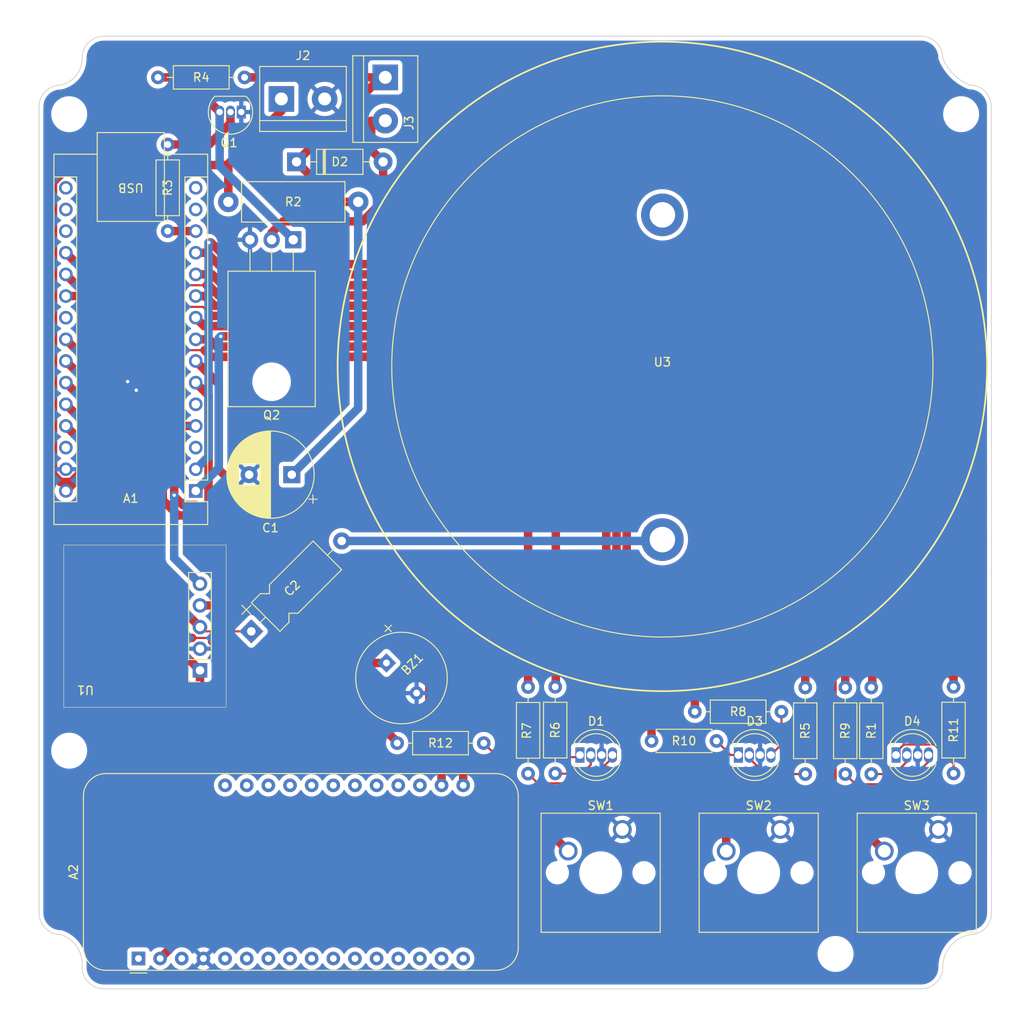
<source format=kicad_pcb>
(kicad_pcb (version 20211014) (generator pcbnew)
  (layers (0 "F.Cu" signal) (31 "B.Cu" signal) (34 "B.Paste" user) (35 "F.Paste" user) (36 "B.SilkS" user "B.Silkscreen") (37 "F.SilkS" user "F.Silkscreen") (38 "B.Mask" user) (39 "F.Mask" user) (44 "Edge.Cuts" user))
  (net 0 "")
  (net 4 "Net-(A1-Pad10)")
  (net 6 "Net-(A1-Pad11)")
  (net 18 "GND")
  (net 19 "VCC")
  (net 20 "+5V")
  (net 21 "/SCL")
  (net 22 "/SDA")
  (net 23 "/CS")
  (net 25 "/MOSI")
  (net 26 "/MISO")
  (net 27 "/PB2")
  (net 28 "/PB1")
  (net 29 "/CTL")
  (net 30 "/SQW")
  (net 31 "/PB3")
  (net 32 "/BUZZ")
  (net 34 "Net-(A1-Pad8)")
  (net 35 "/V_bell")
  (net 36 "Net-(Q1-Pad2)")
  (net 37 "Net-(Q1-Pad3)")
  (net 38 "Net-(D2-Pad2)")
  (net 39 "/LED_R1")
  (net 40 "/LED_G1")
  (net 41 "/SCK")
  (net 42 "/LED_R2")
  (net 43 "/LED_G2")
  (net 44 "/LED_R3")
  (net 45 "/LED_G3")
  (net 58 "Net-(A1-Pad12)")
  (net 60 "Net-(A1-Pad20)")
  (net 61 "Net-(A1-Pad21)")
  (net 62 "Net-(C2-Pad2)")
  (net 63 "Net-(A1-Pad1)")
  (net 64 "Net-(A1-Pad2)")
  (net 65 "Net-(A1-Pad26)")
  (net 66 "/LED_B2")
  (net 67 "/LED_B3")
  (net 68 "/LED_B1")
  (footprint "Resistor_THT:R_Axial_DIN0207_L6.3mm_D2.5mm_P10.16mm_Horizontal" (layer "F.Cu") (at 148.463 111.9632 90)
    (fp_text reference "R1" (at 5.08 0 90) (layer "F.SilkS"))
    (fp_text value "4.7k")
    (pad "1" thru_hole circle (at 0 0 90) (size 1.6 1.6) (drill 0.8) (layers *.Cu *.Mask) (net 44 "/LED_R3"))
    (pad "2" thru_hole oval (at 10.16 0 90) (size 1.6 1.6) (drill 0.8) (layers *.Cu *.Mask) (net 58 "Net-(A1-Pad12)"))
  )
  (footprint "Button_Switch_Keyboard:SW_Cherry_MX_1.00u_PCB" (layer "F.Cu") (at 119.253 118.4603)
    (fp_text reference "SW1" (at -2.54 -2.794) (layer "F.SilkS"))
    (fp_text value "Cherry MX1A-E1NW")
    (pad "" np_thru_hole circle (at -7.62 5.08) (size 1.7 1.7) (drill 1.7) (layers *.Cu *.Mask))
    (pad "" np_thru_hole circle (at 2.54 5.08) (size 1.7 1.7) (drill 1.7) (layers *.Cu *.Mask))
    (pad "" np_thru_hole circle (at -2.54 5.08) (size 4 4) (drill 4) (layers *.Cu *.Mask))
    (pad "1" thru_hole circle (at 0 0) (size 2.2 2.2) (drill 1.5) (layers *.Cu *.Mask) (net 18 "GND"))
    (pad "2" thru_hole circle (at -6.35 2.54) (size 2.2 2.2) (drill 1.5) (layers *.Cu *.Mask) (net 28 "/PB1"))
  )
  (footprint "MountingHole:MountingHole_3.2mm_M3" (layer "F.Cu") (at 54.356 109.22)
    (fp_text reference "H2" hide)
    (fp_text value "MountingHole")
    (pad "" np_thru_hole circle (at 0 0) (size 3.2 3.2) (drill 3.2) (layers *.Cu *.Mask))
  )
  (footprint "Misc:Bell-2.5in" (layer "F.Cu") (at 123.952 64.135)
    (fp_text reference "U3" (at 0 -0.5 unlocked) (layer "F.SilkS"))
    (fp_text value "Bell-2.5in")
    (pad "1" thru_hole circle (at 0 -17.78) (size 5 5) (drill 3) (layers *.Cu *.Mask))
    (pad "2" thru_hole circle (at 0 20.32) (size 5 5) (drill 3) (layers *.Cu *.Mask) (net 62 "Net-(C2-Pad2)"))
  )
  (footprint "Resistor_THT:R_Axial_DIN0207_L6.3mm_D2.5mm_P10.16mm_Horizontal" (layer "F.Cu") (at 145.4075 111.9632 90)
    (fp_text reference "R9" (at 5.08 0 90) (layer "F.SilkS"))
    (fp_text value "4.7k")
    (pad "1" thru_hole circle (at 0 0 90) (size 1.6 1.6) (drill 0.8) (layers *.Cu *.Mask) (net 67 "/LED_B3"))
    (pad "2" thru_hole oval (at 10.16 0 90) (size 1.6 1.6) (drill 0.8) (layers *.Cu *.Mask) (net 6 "Net-(A1-Pad11)"))
  )
  (footprint "Resistor_THT:R_Axial_DIN0207_L6.3mm_D2.5mm_P10.16mm_Horizontal" (layer "F.Cu") (at 111.379 111.887 90)
    (fp_text reference "R6" (at 5.08 0 90) (layer "F.SilkS"))
    (fp_text value "4.7k")
    (pad "1" thru_hole circle (at 0 0 90) (size 1.6 1.6) (drill 0.8) (layers *.Cu *.Mask) (net 39 "/LED_R1"))
    (pad "2" thru_hole oval (at 10.16 0 90) (size 1.6 1.6) (drill 0.8) (layers *.Cu *.Mask) (net 34 "Net-(A1-Pad8)"))
  )
  (footprint "SparkFun:BOB-12708" (layer "F.Cu") (at 71.501 101.6 180)
    (fp_text reference "U1" (at 15.24 -0.5 180 unlocked) (layer "F.SilkS"))
    (fp_text value "BOB-12708")
    (pad "1" thru_hole rect (at 1.8 1.8 180) (size 1.7 1.7) (drill 1) (layers *.Cu *.Mask) (net 20 "+5V"))
    (pad "2" thru_hole oval (at 1.8 4.34 180) (size 1.7 1.7) (drill 1) (layers *.Cu *.Mask) (net 18 "GND"))
    (pad "3" thru_hole oval (at 1.8 6.88 180) (size 1.7 1.7) (drill 1) (layers *.Cu *.Mask) (net 30 "/SQW"))
    (pad "4" thru_hole oval (at 1.8 9.42 180) (size 1.7 1.7) (drill 1) (layers *.Cu *.Mask) (net 21 "/SCL"))
    (pad "5" thru_hole oval (at 1.8 11.96 180) (size 1.7 1.7) (drill 1) (layers *.Cu *.Mask) (net 22 "/SDA"))
  )
  (footprint "Resistor_THT:R_Axial_DIN0207_L6.3mm_D2.5mm_P10.16mm_Horizontal" (layer "F.Cu") (at 65.913 48.26 90)
    (fp_text reference "R3" (at 5.08 0 90) (layer "F.SilkS"))
    (fp_text value "4.7k")
    (pad "1" thru_hole circle (at 0 0 90) (size 1.6 1.6) (drill 0.8) (layers *.Cu *.Mask) (net 29 "/CTL"))
    (pad "2" thru_hole oval (at 10.16 0 90) (size 1.6 1.6) (drill 0.8) (layers *.Cu *.Mask) (net 36 "Net-(Q1-Pad2)"))
  )
  (footprint "Resistor_THT:R_Axial_DIN0207_L6.3mm_D2.5mm_P10.16mm_Horizontal" (layer "F.Cu") (at 158.115 111.887 90)
    (fp_text reference "R11" (at 5.08 0 90) (layer "F.SilkS"))
    (fp_text value "4.7k")
    (pad "1" thru_hole circle (at 0 0 90) (size 1.6 1.6) (drill 0.8) (layers *.Cu *.Mask) (net 45 "/LED_G3"))
    (pad "2" thru_hole oval (at 10.16 0 90) (size 1.6 1.6) (drill 0.8) (layers *.Cu *.Mask) (net 64 "Net-(A1-Pad2)"))
  )
  (footprint "Capacitor_THT:CP_Radial_Tantal_D10.5mm_P5.00mm" (layer "F.Cu") (at 91.577233 98.927615 -45)
    (fp_text reference "BZ1" (at 2.241636 -2.054415 45) (layer "F.SilkS"))
    (fp_text value "Buzzer")
    (pad "1" thru_hole rect (at 0 0 315) (size 1.6 1.6) (drill 0.8) (layers *.Cu *.Mask) (net 32 "/BUZZ"))
    (pad "2" thru_hole circle (at 5 0 315) (size 1.6 1.6) (drill 0.8) (layers *.Cu *.Mask) (net 18 "GND"))
  )
  (footprint "TerminalBlock:TerminalBlock_bornier-2_P5.08mm" (layer "F.Cu") (at 91.44 30.226 -90)
    (fp_text reference "J3" (at 5.334 -2.794 90) (layer "F.SilkS"))
    (fp_text value "Screw_Terminal_01x02")
    (pad "1" thru_hole rect (at 0 0 270) (size 3 3) (drill 1.52) (layers *.Cu *.Mask) (net 35 "/V_bell"))
    (pad "2" thru_hole circle (at 5.08 0 270) (size 3 3) (drill 1.52) (layers *.Cu *.Mask) (net 38 "Net-(D2-Pad2)"))
  )
  (footprint "Diode_THT:D_DO-41_SOD81_P10.16mm_Horizontal" (layer "F.Cu") (at 81.026 40.132)
    (fp_text reference "D2" (at 5.08 0) (layer "F.SilkS"))
    (fp_text value "1N4007")
    (pad "1" thru_hole rect (at 0 0) (size 2.2 2.2) (drill 1.1) (layers *.Cu *.Mask) (net 35 "/V_bell"))
    (pad "2" thru_hole oval (at 10.16 0) (size 2.2 2.2) (drill 1.1) (layers *.Cu *.Mask) (net 38 "Net-(D2-Pad2)"))
  )
  (footprint "Module:Arduino_Nano" (layer "F.Cu") (at 69.205 78.74 180)
    (fp_text reference "A1" (at 7.62 -0.889) (layer "F.SilkS"))
    (fp_text value "Arduino_Nano_Every")
    (fp_text user "USB" (at 7.62 35.56 180 unlocked) (layer "F.SilkS"))
    (pad "1" thru_hole rect (at 0 0 180) (size 1.6 1.6) (drill 1) (layers *.Cu *.Mask) (net 63 "Net-(A1-Pad1)"))
    (pad "2" thru_hole oval (at 0 2.54 180) (size 1.6 1.6) (drill 1) (layers *.Cu *.Mask) (net 64 "Net-(A1-Pad2)"))
    (pad "3" thru_hole oval (at 0 5.08 180) (size 1.6 1.6) (drill 1) (layers *.Cu *.Mask))
    (pad "4" thru_hole oval (at 0 7.62 180) (size 1.6 1.6) (drill 1) (layers *.Cu *.Mask) (net 18 "GND"))
    (pad "5" thru_hole oval (at 0 10.16 180) (size 1.6 1.6) (drill 1) (layers *.Cu *.Mask) (net 23 "/CS"))
    (pad "6" thru_hole oval (at 0 12.7 180) (size 1.6 1.6) (drill 1) (layers *.Cu *.Mask) (net 32 "/BUZZ"))
    (pad "7" thru_hole oval (at 0 15.24 180) (size 1.6 1.6) (drill 1) (layers *.Cu *.Mask) (net 28 "/PB1"))
    (pad "8" thru_hole oval (at 0 17.78 180) (size 1.6 1.6) (drill 1) (layers *.Cu *.Mask) (net 34 "Net-(A1-Pad8)"))
    (pad "9" thru_hole oval (at 0 20.32 180) (size 1.6 1.6) (drill 1) (layers *.Cu *.Mask) (net 27 "/PB2"))
    (pad "10" thru_hole oval (at 0 22.86 180) (size 1.6 1.6) (drill 1) (layers *.Cu *.Mask) (net 4 "Net-(A1-Pad10)"))
    (pad "11" thru_hole oval (at 0 25.4 180) (size 1.6 1.6) (drill 1) (layers *.Cu *.Mask) (net 6 "Net-(A1-Pad11)"))
    (pad "12" thru_hole oval (at 0 27.94 180) (size 1.6 1.6) (drill 1) (layers *.Cu *.Mask) (net 58 "Net-(A1-Pad12)"))
    (pad "13" thru_hole oval (at 0 30.48 180) (size 1.6 1.6) (drill 1) (layers *.Cu *.Mask) (net 29 "/CTL"))
    (pad "14" thru_hole oval (at 0 33.02 180) (size 1.6 1.6) (drill 1) (layers *.Cu *.Mask) (net 25 "/MOSI"))
    (pad "15" thru_hole oval (at 0 35.56 180) (size 1.6 1.6) (drill 1) (layers *.Cu *.Mask) (net 26 "/MISO"))
    (pad "16" thru_hole oval (at 15.24 35.56 180) (size 1.6 1.6) (drill 1) (layers *.Cu *.Mask) (net 41 "/SCK"))
    (pad "17" thru_hole oval (at 15.24 33.02 180) (size 1.6 1.6) (drill 1) (layers *.Cu *.Mask))
    (pad "18" thru_hole oval (at 15.24 30.48 180) (size 1.6 1.6) (drill 1) (layers *.Cu *.Mask))
    (pad "19" thru_hole oval (at 15.24 27.94 180) (size 1.6 1.6) (drill 1) (layers *.Cu *.Mask) (net 31 "/PB3"))
    (pad "20" thru_hole oval (at 15.24 25.4 180) (size 1.6 1.6) (drill 1) (layers *.Cu *.Mask) (net 60 "Net-(A1-Pad20)"))
    (pad "21" thru_hole oval (at 15.24 22.86 180) (size 1.6 1.6) (drill 1) (layers *.Cu *.Mask) (net 61 "Net-(A1-Pad21)"))
    (pad "22" thru_hole oval (at 15.24 20.32 180) (size 1.6 1.6) (drill 1) (layers *.Cu *.Mask))
    (pad "23" thru_hole oval (at 15.24 17.78 180) (size 1.6 1.6) (drill 1) (layers *.Cu *.Mask) (net 22 "/SDA"))
    (pad "24" thru_hole oval (at 15.24 15.24 180) (size 1.6 1.6) (drill 1) (layers *.Cu *.Mask) (net 21 "/SCL"))
    (pad "25" thru_hole oval (at 15.24 12.7 180) (size 1.6 1.6) (drill 1) (layers *.Cu *.Mask) (net 30 "/SQW"))
    (pad "26" thru_hole oval (at 15.24 10.16 180) (size 1.6 1.6) (drill 1) (layers *.Cu *.Mask) (net 65 "Net-(A1-Pad26)"))
    (pad "27" thru_hole oval (at 15.24 7.62 180) (size 1.6 1.6) (drill 1) (layers *.Cu *.Mask) (net 20 "+5V"))
    (pad "28" thru_hole oval (at 15.24 5.08 180) (size 1.6 1.6) (drill 1) (layers *.Cu *.Mask))
    (pad "29" thru_hole oval (at 15.24 2.54 180) (size 1.6 1.6) (drill 1) (layers *.Cu *.Mask) (net 18 "GND"))
    (pad "30" thru_hole oval (at 15.24 0 180) (size 1.6 1.6) (drill 1) (layers *.Cu *.Mask) (net 19 "VCC"))
  )
  (footprint "Resistor_THT:R_Axial_DIN0207_L6.3mm_D2.5mm_P10.16mm_Horizontal" (layer "F.Cu") (at 64.77 30.226)
    (fp_text reference "R4" (at 5.08 0) (layer "F.SilkS"))
    (fp_text value "4.7k")
    (pad "1" thru_hole circle (at 0 0) (size 1.6 1.6) (drill 0.8) (layers *.Cu *.Mask) (net 37 "Net-(Q1-Pad3)"))
    (pad "2" thru_hole oval (at 10.16 0) (size 1.6 1.6) (drill 0.8) (layers *.Cu *.Mask) (net 35 "/V_bell"))
  )
  (footprint "Resistor_THT:R_Axial_DIN0414_L11.9mm_D4.5mm_P15.24mm_Horizontal" (layer "F.Cu") (at 73.025 44.831)
    (fp_text reference "R2" (at 7.62 0) (layer "F.SilkS"))
    (fp_text value "100R 2W")
    (pad "1" thru_hole circle (at 0 0) (size 2.4 2.4) (drill 1.2) (layers *.Cu *.Mask) (net 19 "VCC"))
    (pad "2" thru_hole oval (at 15.24 0) (size 2.4 2.4) (drill 1.2) (layers *.Cu *.Mask) (net 35 "/V_bell"))
  )
  (footprint "LED_THT:LED_D5.0mm-4_RGB" (layer "F.Cu") (at 114.2825 109.728)
    (fp_text reference "D1" (at 1.905 -3.96) (layer "F.SilkS"))
    (fp_text value "LED_BRKG")
    (pad "1" thru_hole rect (at 0 0) (size 1.07 1.8) (drill 0.9) (layers *.Cu *.Mask) (net 40 "/LED_G1"))
    (pad "2" thru_hole oval (at 1.27 0) (size 1.07 1.8) (drill 0.9) (layers *.Cu *.Mask) (net 39 "/LED_R1"))
    (pad "3" thru_hole oval (at 2.54 0) (size 1.07 1.8) (drill 0.9) (layers *.Cu *.Mask) (net 18 "GND"))
    (pad "4" thru_hole oval (at 3.81 0) (size 1.07 1.8) (drill 0.9) (layers *.Cu *.Mask) (net 68 "/LED_B1"))
  )
  (footprint "MountingHole:MountingHole_3.2mm_M3" (layer "F.Cu") (at 54.356 34.544)
    (fp_text reference "H1" hide)
    (fp_text value "MountingHole")
    (pad "" np_thru_hole circle locked (at 0 0) (size 3.2 3.2) (drill 3.2) (layers *.Cu *.Mask))
  )
  (footprint "Button_Switch_Keyboard:SW_Cherry_MX_1.00u_PCB" (layer "F.Cu") (at 137.795 118.4603)
    (fp_text reference "SW2" (at -2.54 -2.794) (layer "F.SilkS"))
    (fp_text value "Cherry MX1A-E1NW")
    (pad "" np_thru_hole circle (at 2.54 5.08) (size 1.7 1.7) (drill 1.7) (layers *.Cu *.Mask))
    (pad "" np_thru_hole circle (at -2.54 5.08) (size 4 4) (drill 4) (layers *.Cu *.Mask))
    (pad "" np_thru_hole circle (at -7.62 5.08) (size 1.7 1.7) (drill 1.7) (layers *.Cu *.Mask))
    (pad "1" thru_hole circle (at 0 0) (size 2.2 2.2) (drill 1.5) (layers *.Cu *.Mask) (net 18 "GND"))
    (pad "2" thru_hole circle (at -6.35 2.54) (size 2.2 2.2) (drill 1.5) (layers *.Cu *.Mask) (net 27 "/PB2"))
  )
  (footprint "Package_TO_SOT_THT:TO-220-3_Horizontal_TabDown" (layer "F.Cu") (at 80.645 49.276 180)
    (fp_text reference "Q2" (at 2.54 -20.58) (layer "F.SilkS"))
    (fp_text value "IRF740")
    (pad "" np_thru_hole oval (at 2.54 -16.66 180) (size 3.5 3.5) (drill 3.5) (layers *.Cu *.Mask))
    (pad "1" thru_hole rect (at 0 0 180) (size 1.905 2) (drill 1.1) (layers *.Cu *.Mask) (net 37 "Net-(Q1-Pad3)"))
    (pad "2" thru_hole oval (at 2.54 0 180) (size 1.905 2) (drill 1.1) (layers *.Cu *.Mask) (net 38 "Net-(D2-Pad2)"))
    (pad "3" thru_hole oval (at 5.08 0 180) (size 1.905 2) (drill 1.1) (layers *.Cu *.Mask) (net 18 "GND"))
  )
  (footprint "Package_TO_SOT_THT:TO-92_Inline" (layer "F.Cu") (at 74.549 34.29 180)
    (fp_text reference "Q1" (at 1.433145 -3.613719) (layer "F.SilkS"))
    (fp_text value "2N3904")
    (pad "1" thru_hole rect (at 0 0 180) (size 1.05 1.5) (drill 0.75) (layers *.Cu *.Mask) (net 18 "GND"))
    (pad "2" thru_hole oval (at 1.27 0 180) (size 1.05 1.5) (drill 0.75) (layers *.Cu *.Mask) (net 36 "Net-(Q1-Pad2)"))
    (pad "3" thru_hole oval (at 2.54 0 180) (size 1.05 1.5) (drill 0.75) (layers *.Cu *.Mask) (net 37 "Net-(Q1-Pad3)"))
  )
  (footprint "LED_THT:LED_D5.0mm-4_RGB" (layer "F.Cu") (at 132.8753 109.728)
    (fp_text reference "D3" (at 1.905 -3.96) (layer "F.SilkS"))
    (fp_text value "LED_BRKG")
    (pad "1" thru_hole rect (at 0 0) (size 1.07 1.8) (drill 0.9) (layers *.Cu *.Mask) (net 43 "/LED_G2"))
    (pad "2" thru_hole oval (at 1.27 0) (size 1.07 1.8) (drill 0.9) (layers *.Cu *.Mask) (net 42 "/LED_R2"))
    (pad "3" thru_hole oval (at 2.54 0) (size 1.07 1.8) (drill 0.9) (layers *.Cu *.Mask) (net 18 "GND"))
    (pad "4" thru_hole oval (at 3.81 0) (size 1.07 1.8) (drill 0.9) (layers *.Cu *.Mask) (net 66 "/LED_B2"))
  )
  (footprint "MountingHole:MountingHole_3.2mm_M3" (layer "F.Cu") (at 144.272 133.0653)
    (fp_text reference "H4" hide)
    (fp_text value "MountingHole")
    (pad "" np_thru_hole circle (at 0 0) (size 3.2 3.2) (drill 3.2) (layers *.Cu *.Mask))
  )
  (footprint "Module:Adafruit_Feather" (layer "F.Cu") (at 62.484 133.604 90)
    (fp_text reference "A2" (at 10.16 -7.62 90) (layer "F.SilkS"))
    (fp_text value "Adafruit 3108")
    (pad "1" thru_hole rect (at 0 0 270) (size 1.6 1.6) (drill 0.8) (layers *.Cu *.Mask))
    (pad "2" thru_hole circle (at 0 2.54 270) (size 1.6 1.6) (drill 0.8) (layers *.Cu *.Mask) (net 20 "+5V"))
    (pad "3" thru_hole circle (at 0 5.08 270) (size 1.6 1.6) (drill 0.8) (layers *.Cu *.Mask))
    (pad "4" thru_hole circle (at 0 7.62 270) (size 1.6 1.6) (drill 0.8) (layers *.Cu *.Mask) (net 18 "GND"))
    (pad "5" thru_hole circle (at 0 10.16 270) (size 1.6 1.6) (drill 0.8) (layers *.Cu *.Mask))
    (pad "6" thru_hole circle (at 0 12.7 270) (size 1.6 1.6) (drill 0.8) (layers *.Cu *.Mask))
    (pad "7" thru_hole circle (at 0 15.24 270) (size 1.6 1.6) (drill 0.8) (layers *.Cu *.Mask))
    (pad "8" thru_hole circle (at 0 17.78 270) (size 1.6 1.6) (drill 0.8) (layers *.Cu *.Mask))
    (pad "9" thru_hole circle (at 0 20.32 270) (size 1.6 1.6) (drill 0.8) (layers *.Cu *.Mask))
    (pad "10" thru_hole circle (at 0 22.86 270) (size 1.6 1.6) (drill 0.8) (layers *.Cu *.Mask))
    (pad "11" thru_hole circle (at 0 25.4 270) (size 1.6 1.6) (drill 0.8) (layers *.Cu *.Mask))
    (pad "12" thru_hole circle (at 0 27.94 270) (size 1.6 1.6) (drill 0.8) (layers *.Cu *.Mask))
    (pad "13" thru_hole circle (at 0 30.48 270) (size 1.6 1.6) (drill 0.8) (layers *.Cu *.Mask))
    (pad "14" thru_hole circle (at 0 33.02 270) (size 1.6 1.6) (drill 0.8) (layers *.Cu *.Mask))
    (pad "15" thru_hole circle (at 0 35.56 270) (size 1.6 1.6) (drill 0.8) (layers *.Cu *.Mask))
    (pad "16" thru_hole circle (at 0 38.1 270) (size 1.6 1.6) (drill 0.8) (layers *.Cu *.Mask))
    (pad "17" thru_hole circle (at 20.32 38.1 270) (size 1.6 1.6) (drill 0.8) (layers *.Cu *.Mask) (net 22 "/SDA"))
    (pad "18" thru_hole circle (at 20.32 35.56 270) (size 1.6 1.6) (drill 0.8) (layers *.Cu *.Mask) (net 21 "/SCL"))
    (pad "19" thru_hole circle (at 20.32 33.02 270) (size 1.6 1.6) (drill 0.8) (layers *.Cu *.Mask))
    (pad "20" thru_hole circle (at 20.32 30.48 270) (size 1.6 1.6) (drill 0.8) (layers *.Cu *.Mask))
    (pad "21" thru_hole circle (at 20.32 27.94 270) (size 1.6 1.6) (drill 0.8) (layers *.Cu *.Mask))
    (pad "22" thru_hole circle (at 20.32 25.4 270) (size 1.6 1.6) (drill 0.8) (layers *.Cu *.Mask))
    (pad "23" thru_hole circle (at 20.32 22.86 270) (size 1.6 1.6) (drill 0.8) (layers *.Cu *.Mask))
    (pad "24" thru_hole circle (at 20.32 20.32 270) (size 1.6 1.6) (drill 0.8) (layers *.Cu *.Mask))
    (pad "25" thru_hole circle (at 20.32 17.78 270) (size 1.6 1.6) (drill 0.8) (layers *.Cu *.Mask))
    (pad "26" thru_hole circle (at 20.32 15.24 270) (size 1.6 1.6) (drill 0.8) (layers *.Cu *.Mask))
    (pad "27" thru_hole circle (at 20.32 12.7 270) (size 1.6 1.6) (drill 0.8) (layers *.Cu *.Mask))
    (pad "28" thru_hole circle (at 20.32 10.16 270) (size 1.6 1.6) (drill 0.8) (layers *.Cu *.Mask))
  )
  (footprint "Capacitor_THT:CP_Axial_L10.0mm_D4.5mm_P15.00mm_Horizontal" (layer "F.Cu") (at 75.722699 95.219301 45)
    (fp_text reference "C2" (at 6.961185 -0.179605 45) (layer "F.SilkS"))
    (fp_text value "10n")
    (pad "1" thru_hole rect (at 0 0 45) (size 2 2) (drill 1) (layers *.Cu *.Mask) (net 30 "/SQW"))
    (pad "2" thru_hole oval (at 15 0 45) (size 2 2) (drill 1) (layers *.Cu *.Mask) (net 62 "Net-(C2-Pad2)"))
  )
  (footprint "TerminalBlock:TerminalBlock_bornier-2_P5.08mm" (layer "F.Cu") (at 79.248 32.7532)
    (fp_text reference "J2" (at 2.54 -5.08) (layer "F.SilkS"))
    (fp_text value "Screw_Terminal_01x02")
    (pad "1" thru_hole rect (at 0 0) (size 3 3) (drill 1.52) (layers *.Cu *.Mask) (net 19 "VCC"))
    (pad "2" thru_hole circle (at 5.08 0) (size 3 3) (drill 1.52) (layers *.Cu *.Mask) (net 18 "GND"))
  )
  (footprint "LED_THT:LED_D5.0mm-4_RGB" (layer "F.Cu") (at 151.3665 109.728)
    (fp_text reference "D4" (at 1.905 -3.96) (layer "F.SilkS"))
    (fp_text value "LED_BRKG")
    (pad "1" thru_hole rect (at 0 0) (size 1.07 1.8) (drill 0.9) (layers *.Cu *.Mask) (net 45 "/LED_G3"))
    (pad "2" thru_hole oval (at 1.27 0) (size 1.07 1.8) (drill 0.9) (layers *.Cu *.Mask) (net 44 "/LED_R3"))
    (pad "3" thru_hole oval (at 2.54 0) (size 1.07 1.8) (drill 0.9) (layers *.Cu *.Mask) (net 18 "GND"))
    (pad "4" thru_hole oval (at 3.81 0) (size 1.07 1.8) (drill 0.9) (layers *.Cu *.Mask) (net 67 "/LED_B3"))
  )
  (footprint "Resistor_THT:R_Axial_DIN0207_L6.3mm_D2.5mm_P10.16mm_Horizontal" (layer "F.Cu") (at 140.716 111.9632 90)
    (fp_text reference "R5" (at 5.08 0 90) (layer "F.SilkS"))
    (fp_text value "4.7k")
    (pad "1" thru_hole circle (at 0 0 90) (size 1.6 1.6) (drill 0.8) (layers *.Cu *.Mask) (net 42 "/LED_R2"))
    (pad "2" thru_hole oval (at 10.16 0 90) (size 1.6 1.6) (drill 0.8) (layers *.Cu *.Mask) (net 4 "Net-(A1-Pad10)"))
  )
  (footprint "Capacitor_THT:CP_Radial_D10.0mm_P5.00mm" (layer "F.Cu") (at 80.472677 76.835 180)
    (fp_text reference "C1" (at 2.5 -6.25 180) (layer "F.SilkS"))
    (fp_text value "C")
    (pad "1" thru_hole rect (at 0 0 180) (size 2 2) (drill 1) (layers *.Cu *.Mask) (net 35 "/V_bell"))
    (pad "2" thru_hole circle (at 5 0 180) (size 2 2) (drill 1) (layers *.Cu *.Mask) (net 18 "GND"))
  )
  (footprint "Resistor_THT:R_Axial_DIN0207_L6.3mm_D2.5mm_P7.62mm_Horizontal" (layer "F.Cu") (at 130.302 108.077 180)
    (fp_text reference "R10" (at 3.81 0 180) (layer "F.SilkS"))
    (fp_text value "4.7k")
    (pad "1" thru_hole circle (at 0 0 180) (size 1.6 1.6) (drill 0.8) (layers *.Cu *.Mask) (net 43 "/LED_G2"))
    (pad "2" thru_hole oval (at 7.62 0 180) (size 1.6 1.6) (drill 0.8) (layers *.Cu *.Mask) (net 63 "Net-(A1-Pad1)"))
  )
  (footprint "Resistor_THT:R_Axial_DIN0207_L6.3mm_D2.5mm_P10.16mm_Horizontal" (layer "F.Cu") (at 137.922 104.648 180)
    (fp_text reference "R8" (at 5.08 0) (layer "F.SilkS"))
    (fp_text value "4.7k")
    (pad "1" thru_hole circle (at 0 0 180) (size 1.6 1.6) (drill 0.8) (layers *.Cu *.Mask) (net 66 "/LED_B2"))
    (pad "2" thru_hole oval (at 10.16 0 180) (size 1.6 1.6) (drill 0.8) (layers *.Cu *.Mask) (net 60 "Net-(A1-Pad20)"))
  )
  (footprint "MountingHole:MountingHole_3.2mm_M3" (layer "F.Cu") (at 159.004 34.544)
    (fp_text reference "H3" hide)
    (fp_text value "MountingHole")
    (pad "" np_thru_hole circle locked (at 0 0) (size 3.2 3.2) (drill 3.2) (layers *.Cu *.Mask))
  )
  (footprint "Resistor_THT:R_Axial_DIN0207_L6.3mm_D2.5mm_P10.16mm_Horizontal" (layer "F.Cu") (at 102.997 108.331 180)
    (fp_text reference "R12" (at 5.08 0) (layer "F.SilkS"))
    (fp_text value "4.7k")
    (pad "1" thru_hole circle (at 0 0 180) (size 1.6 1.6) (drill 0.8) (layers *.Cu *.Mask) (net 40 "/LED_G1"))
    (pad "2" thru_hole oval (at 10.16 0 180) (size 1.6 1.6) (drill 0.8) (layers *.Cu *.Mask) (net 65 "Net-(A1-Pad26)"))
  )
  (footprint "Button_Switch_Keyboard:SW_Cherry_MX_1.00u_PCB" (layer "F.Cu") (at 156.337 118.4603)
    (fp_text reference "SW3" (at -2.54 -2.794) (layer "F.SilkS"))
    (fp_text value "Cherry MX1A-E1NW")
    (pad "" np_thru_hole circle (at -7.62 5.08) (size 1.7 1.7) (drill 1.7) (layers *.Cu *.Mask))
    (pad "" np_thru_hole circle (at -2.54 5.08) (size 4 4) (drill 4) (layers *.Cu *.Mask))
    (pad "" np_thru_hole circle (at 2.54 5.08) (size 1.7 1.7) (drill 1.7) (layers *.Cu *.Mask))
    (pad "1" thru_hole circle (at 0 0) (size 2.2 2.2) (drill 1.5) (layers *.Cu *.Mask) (net 18 "GND"))
    (pad "2" thru_hole circle (at -6.35 2.54) (size 2.2 2.2) (drill 1.5) (layers *.Cu *.Mask) (net 31 "/PB3"))
  )
  (footprint "Resistor_THT:R_Axial_DIN0207_L6.3mm_D2.5mm_P10.16mm_Horizontal" (layer "F.Cu") (at 108.1965 111.9124 90)
    (fp_text reference "R7" (at 5.0292 -0.1524 90) (layer "F.SilkS"))
    (fp_text value "4.7k")
    (pad "1" thru_hole circle (at 0 0 90) (size 1.6 1.6) (drill 0.8) (layers *.Cu *.Mask) (net 68 "/LED_B1"))
    (pad "2" thru_hole oval (at 10.16 0 90) (size 1.6 1.6) (drill 0.8) (layers *.Cu *.Mask) (net 61 "Net-(A1-Pad21)"))
  )
  (gr_circle (center 123.952 64.135) (end 162.052 64.135) (layer "F.SilkS") (width 0.2) (fill none))
  (gr_line (start 58.42 25.4) (end 154.305 25.4) (layer "Edge.Cuts") (width 0.1))
  (gr_arc (start 50.818051 33.673051) (mid 51.562 31.877) (end 53.358051 31.133051) (layer "Edge.Cuts") (width 0.1))
  (gr_arc (start 156.845 134.62) (mid 157.749644 132.145953) (end 160.02 130.81) (layer "Edge.Cuts") (width 0.1))
  (gr_line (start 154.305 137.16) (end 58.42 137.16) (layer "Edge.Cuts") (width 0.1))
  (gr_arc (start 162.56 128.27) (mid 161.816051 130.066051) (end 160.02 130.81) (layer "Edge.Cuts") (width 0.1))
  (gr_arc (start 55.88 27.94) (mid 55.186211 29.984502) (end 53.358051 31.133051) (layer "Edge.Cuts") (width 0.1))
  (gr_arc (start 156.845 134.62) (mid 156.101051 136.416051) (end 154.305 137.16) (layer "Edge.Cuts") (width 0.1))
  (gr_arc (start 53.358051 130.791949) (mid 55.284198 132.267754) (end 55.88 134.62) (layer "Edge.Cuts") (width 0.1))
  (gr_arc (start 55.88 27.94) (mid 56.623949 26.143949) (end 58.42 25.4) (layer "Edge.Cuts") (width 0.1))
  (gr_line (start 162.541949 33.655) (end 162.56 128.27) (layer "Edge.Cuts") (width 0.1))
  (gr_arc (start 160.001949 31.115) (mid 161.798 31.858949) (end 162.541949 33.655) (layer "Edge.Cuts") (width 0.1))
  (gr_line (start 50.818051 128.251949) (end 50.818051 33.673051) (layer "Edge.Cuts") (width 0.1))
  (gr_arc (start 58.42 137.16) (mid 56.623949 136.416051) (end 55.88 134.62) (layer "Edge.Cuts") (width 0.1))
  (gr_arc (start 154.305 25.4) (mid 156.101051 26.143949) (end 156.845 27.94) (layer "Edge.Cuts") (width 0.1))
  (gr_arc (start 160.001949 31.115) (mid 158.095284 29.853824) (end 156.845 27.94) (layer "Edge.Cuts") (width 0.1))
  (gr_arc (start 53.358051 130.791949) (mid 51.562 130.048) (end 50.818051 128.251949) (layer "Edge.Cuts") (width 0.1))
  (segment (start 107.742709 57.01) (end 128.998354 78.265646) (width 1) (layer "F.Cu") (net 4))
  (segment (start 140.716 101.8032) (end 140.716 89.983292) (width 1) (layer "F.Cu") (net 4))
  (segment (start 140.716 89.983292) (end 128.998354 78.265646) (width 1) (layer "F.Cu") (net 4))
  (segment (start 71.395888 57.01) (end 107.742709 57.01) (width 1) (layer "F.Cu") (net 4))
  (segment (start 70.265888 55.88) (end 71.395888 57.01) (width 1) (layer "F.Cu") (net 4))
  (segment (start 69.205 55.88) (end 70.265888 55.88) (width 1) (layer "F.Cu") (net 4))
  (segment (start 145.4075 91.280679) (end 145.4075 101.8032) (width 1) (layer "F.Cu") (net 6))
  (segment (start 71.12 53.34) (end 72.39 54.61) (width 1) (layer "F.Cu") (net 6))
  (segment (start 69.205 53.34) (end 71.12 53.34) (width 1) (layer "F.Cu") (net 6))
  (segment (start 72.39 54.61) (end 108.736821 54.61) (width 1) (layer "F.Cu") (net 6))
  (segment (start 108.736821 54.61) (end 145.4075 91.280679) (width 1) (layer "F.Cu") (net 6))
  (segment (start 69.205 71.12) (end 66.421 71.12) (width 1) (layer "F.Cu") (net 18))
  (segment (start 62.23 66.929) (end 61.976 66.675) (width 1) (layer "F.Cu") (net 18))
  (segment (start 66.421 71.12) (end 62.23 66.929) (width 1) (layer "F.Cu") (net 18))
  (segment (start 61.976 66.675) (end 61.214 65.913) (width 1) (layer "F.Cu") (net 18))
  (via (at 62.23 66.929) (size 0.8) (drill 0.4) (layers "F.Cu" "B.Cu") (net 18))
  (via (at 61.214 65.913) (size 0.8) (drill 0.4) (layers "F.Cu" "B.Cu") (net 18))
  (segment (start 54.483 40.513) (end 55.626 40.513) (width 1) (layer "F.Cu") (net 19))
  (segment (start 79.248 34.163) (end 73.3425 40.0685) (width 1) (layer "F.Cu") (net 19))
  (segment (start 55.465 77.24) (end 55.465 76.821321) (width 1) (layer "F.Cu") (net 19))
  (segment (start 73.025 40.386) (end 73.025 44.831) (width 1) (layer "F.Cu") (net 19))
  (segment (start 53.343679 77.7) (end 52.451 76.807321) (width 1) (layer "F.Cu") (net 19))
  (segment (start 55.626 40.513) (end 72.898 40.513) (width 1) (layer "F.Cu") (net 19))
  (segment (start 54.586321 77.7) (end 53.343679 77.7) (width 1) (layer "F.Cu") (net 19))
  (segment (start 72.898 40.513) (end 73.3425 40.0685) (width 1) (layer "F.Cu") (net 19))
  (segment (start 52.451 76.807321) (end 52.451 63.119) (width 1) (layer "F.Cu") (net 19))
  (segment (start 55.465 76.821321) (end 54.586321 77.7) (width 1) (layer "F.Cu") (net 19))
  (segment (start 52.451 42.545) (end 54.483 40.513) (width 1) (layer "F.Cu") (net 19))
  (segment (start 52.451 63.119) (end 52.451 42.545) (width 1) (layer "F.Cu") (net 19))
  (segment (start 79.248 34.163) (end 79.248 32.893) (width 1) (layer "F.Cu") (net 19))
  (segment (start 53.965 78.74) (end 55.465 77.24) (width 1) (layer "F.Cu") (net 19))
  (segment (start 73.3425 40.0685) (end 73.025 40.386) (width 1) (layer "F.Cu") (net 19))
  (segment (start 53.965 71.12) (end 57.798 74.953) (width 1) (layer "F.Cu") (net 20))
  (segment (start 69.701 128.927) (end 65.024 133.604) (width 1) (layer "F.Cu") (net 20))
  (segment (start 57.798 74.953) (end 57.798 87.897) (width 1) (layer "F.Cu") (net 20))
  (segment (start 69.701 99.8) (end 69.701 128.927) (width 1) (layer "F.Cu") (net 20))
  (segment (start 57.798 87.897) (end 69.701 99.8) (width 1) (layer "F.Cu") (net 20))
  (segment (start 65.335 79.813) (end 67.142528 81.620528) (width 1) (layer "F.Cu") (net 21))
  (segment (start 68.701416 81.620528) (end 79.582944 92.502056) (width 1) (layer "F.Cu") (net 21))
  (segment (start 67.142528 81.620528) (end 68.701416 81.620528) (width 1) (layer "F.Cu") (net 21))
  (segment (start 98.044 110.963112) (end 79.582944 92.502056) (width 1) (layer "F.Cu") (net 21))
  (segment (start 98.044 113.284) (end 98.044 110.963112) (width 1) (layer "F.Cu") (net 21))
  (segment (start 79.582944 92.502056) (end 79.260888 92.18) (width 1) (layer "F.Cu") (net 21))
  (segment (start 53.965 63.5) (end 65.335 74.87) (width 1) (layer "F.Cu") (net 21))
  (segment (start 65.335 74.87) (end 65.335 79.813) (width 1) (layer "F.Cu") (net 21))
  (segment (start 79.260888 92.18) (end 69.701 92.18) (width 1) (layer "F.Cu") (net 21))
  (segment (start 66.675 79.375) (end 67.691 80.391) (width 1) (layer "F.Cu") (net 22))
  (segment (start 66.675 79.248) (end 66.675 79.375) (width 1) (layer "F.Cu") (net 22))
  (segment (start 100.584 111.806056) (end 100.584 113.284) (width 1) (layer "F.Cu") (net 22))
  (segment (start 66.675 73.67) (end 66.675 79.248) (width 1) (layer "F.Cu") (net 22))
  (segment (start 53.965 60.96) (end 66.675 73.67) (width 1) (layer "F.Cu") (net 22))
  (segment (start 67.691 80.391) (end 69.168944 80.391) (width 1) (layer "F.Cu") (net 22))
  (segment (start 69.168944 80.391) (end 100.584 111.806056) (width 1) (layer "F.Cu") (net 22))
  (via (at 66.675 79.248) (size 0.8) (drill 0.4) (layers "F.Cu" "B.Cu") (net 22))
  (segment (start 66.675 79.248) (end 66.675 86.614) (width 1) (layer "B.Cu") (net 22))
  (segment (start 66.675 86.614) (end 69.701 89.64) (width 1) (layer "B.Cu") (net 22))
  (segment (start 70.195 59.41) (end 69.205 58.42) (width 1) (layer "F.Cu") (net 27))
  (segment (start 125.095 108.966) (end 125.095 101.729756) (width 1) (layer "F.Cu") (net 27))
  (segment (start 118.567827 71.22923) (end 106.748597 59.41) (width 1) (layer "F.Cu") (net 27))
  (segment (start 118.567827 95.202583) (end 118.567827 71.22923) (width 1) (layer "F.Cu") (net 27))
  (segment (start 131.445 115.316) (end 125.095 108.966) (width 1) (layer "F.Cu") (net 27))
  (segment (start 106.748597 59.41) (end 70.195 59.41) (width 1) (layer "F.Cu") (net 27))
  (segment (start 125.095 101.729756) (end 118.567827 95.202583) (width 1) (layer "F.Cu") (net 27))
  (segment (start 131.445 121.0003) (end 131.445 115.316) (width 1) (layer "F.Cu") (net 27))
  (segment (start 112.903 121.0003) (end 96.612767 104.710067) (width 1) (layer "F.Cu") (net 28))
  (segment (start 96.612767 100.930767) (end 71.905 76.223) (width 1) (layer "F.Cu") (net 28))
  (segment (start 71.905 76.223) (end 71.905 66.2) (width 1) (layer "F.Cu") (net 28))
  (segment (start 96.612767 104.710067) (end 96.612767 100.930767) (width 1) (layer "F.Cu") (net 28))
  (segment (start 71.905 66.2) (end 69.205 63.5) (width 1) (layer "F.Cu") (net 28))
  (segment (start 69.205 48.26) (end 65.913 48.26) (width 1) (layer "F.Cu") (net 29))
  (segment (start 70.200301 95.219301) (end 69.701 94.72) (width 0.25) (layer "F.Cu") (net 30))
  (segment (start 61.5 86.519) (end 69.701 94.72) (width 1) (layer "F.Cu") (net 30))
  (segment (start 75.722699 95.219301) (end 70.200301 95.219301) (width 0.25) (layer "F.Cu") (net 30))
  (segment (start 60.198 86.519) (end 61.5 86.519) (width 1) (layer "F.Cu") (net 30))
  (segment (start 60.198 72.273) (end 60.198 86.519) (width 1) (layer "F.Cu") (net 30))
  (segment (start 60.198 72.273) (end 53.965 66.04) (width 1) (layer "F.Cu") (net 30))
  (segment (start 66.815 53.48) (end 67.945 54.61) (width 1) (layer "F.Cu") (net 31))
  (segment (start 70.692944 54.61) (end 70.485 54.61) (width 1) (layer "F.Cu") (net 31))
  (segment (start 53.965 50.8) (end 56.645 53.48) (width 1) (layer "F.Cu") (net 31))
  (segment (start 143.9075 114.9208) (end 149.987 121.0003) (width 1) (layer "F.Cu") (net 31))
  (segment (start 70.906472 54.823528) (end 70.692944 54.61) (width 1) (layer "F.Cu") (net 31))
  (segment (start 71.892944 55.81) (end 70.906472 54.823528) (width 1) (layer "F.Cu") (net 31))
  (segment (start 143.9075 91.477735) (end 108.239765 55.81) (width 1) (layer "F.Cu") (net 31))
  (segment (start 108.239765 55.81) (end 106.68 55.81) (width 1) (layer "F.Cu") (net 31))
  (segment (start 106.68 55.81) (end 72.39 55.81) (width 1) (layer "F.Cu") (net 31))
  (segment (start 72.39 55.81) (end 71.892944 55.81) (width 1) (layer "F.Cu") (net 31))
  (segment (start 56.645 53.48) (end 66.815 53.48) (width 1) (layer "F.Cu") (net 31))
  (segment (start 143.9075 91.477735) (end 143.9075 114.9208) (width 1) (layer "F.Cu") (net 31))
  (segment (start 70.485 54.61) (end 67.945 54.61) (width 0.25) (layer "F.Cu") (net 31))
  (segment (start 69.205 66.04) (end 70.705 67.54) (width 1) (layer "F.Cu") (net 32))
  (segment (start 89.402615 98.927615) (end 91.577233 98.927615) (width 1) (layer "F.Cu") (net 32))
  (segment (start 70.705 80.23) (end 89.402615 98.927615) (width 1) (layer "F.Cu") (net 32))
  (segment (start 70.705 67.54) (end 70.705 80.23) (width 1) (layer "F.Cu") (net 32))
  (segment (start 111.4477 67.503215) (end 111.4477 101.7617) (width 1) (layer "F.Cu") (net 34))
  (segment (start 70.788944 60.96) (end 71.638944 61.81) (width 1) (layer "F.Cu") (net 34))
  (segment (start 105.754485 61.81) (end 111.4477 67.503215) (width 1) (layer "F.Cu") (net 34))
  (segment (start 71.638944 61.81) (end 105.754485 61.81) (width 1) (layer "F.Cu") (net 34))
  (segment (start 69.205 60.96) (end 70.788944 60.96) (width 1) (layer "F.Cu") (net 34))
  (segment (start 88.265 44.831) (end 85.725 44.831) (width 1) (layer "F.Cu") (net 35))
  (segment (start 91.44 30.226) (end 90.932 30.226) (width 1) (layer "F.Cu") (net 35))
  (segment (start 90.932 30.226) (end 81.026 40.132) (width 1) (layer "F.Cu") (net 35))
  (segment (start 85.725 44.831) (end 81.026 40.132) (width 1) (layer "F.Cu") (net 35))
  (segment (start 74.93 30.226) (end 91.44 30.226) (width 1) (layer "F.Cu") (net 35))
  (segment (start 88.265 69.042677) (end 80.472677 76.835) (width 1) (layer "B.Cu") (net 35))
  (segment (start 88.265 46.863) (end 88.265 44.831) (width 1) (layer "B.Cu") (net 35))
  (segment (start 88.265 46.863) (end 88.265 69.042677) (width 1) (layer "B.Cu") (net 35))
  (segment (start 73.279 35.59) (end 73.279 34.29) (width 1) (layer "F.Cu") (net 36))
  (segment (start 70.769 38.1) (end 73.279 35.59) (width 1) (layer "F.Cu") (net 36))
  (segment (start 65.913 38.1) (end 70.769 38.1) (width 1) (layer "F.Cu") (net 36))
  (segment (start 64.77 30.226) (end 67.945 30.226) (width 1) (layer "F.Cu") (net 37))
  (segment (start 67.945 30.226) (end 72.009 34.29) (width 1) (layer "F.Cu") (net 37))
  (segment (start 74.549 43.18) (end 72.009 40.64) (width 1) (layer "B.Cu") (net 37))
  (segment (start 72.009 40.64) (end 72.009 34.29) (width 1) (layer "B.Cu") (net 37))
  (segment (start 80.645 49.276) (end 74.549 43.18) (width 1) (layer "B.Cu") (net 37))
  (segment (start 78.105 48.4635) (end 79.4515 47.117) (width 1) (layer "F.Cu") (net 38))
  (segment (start 89.789 38.735) (end 91.186 40.132) (width 1) (layer "F.Cu") (net 38))
  (segment (start 91.186 44.704) (end 91.186 40.132) (width 1) (layer "F.Cu") (net 38))
  (segment (start 79.4515 47.117) (end 88.773 47.117) (width 1) (layer "F.Cu") (net 38))
  (segment (start 78.105 49.276) (end 78.105 48.4635) (width 1) (layer "F.Cu") (net 38))
  (segment (start 88.773 47.117) (end 91.186 44.704) (width 1) (layer "F.Cu") (net 38))
  (segment (start 89.789 35.306) (end 89.789 38.735) (width 1) (layer "F.Cu") (net 38))
  (segment (start 115.5525 110.878) (end 115.5525 109.728) (width 0.25) (layer "F.Cu") (net 39))
  (segment (start 114.5088 111.9217) (end 115.5525 110.878) (width 0.25) (layer "F.Cu") (net 39))
  (segment (start 111.4477 111.9217) (end 114.5088 111.9217) (width 0.25) (layer "F.Cu") (net 39))
  (segment (start 114.0285 109.982) (end 104.648 109.982) (width 0.25) (layer "F.Cu") (net 40))
  (segment (start 104.648 109.982) (end 102.997 108.331) (width 0.25) (layer "F.Cu") (net 40))
  (segment (start 114.2825 109.728) (end 114.0285 109.982) (width 0.25) (layer "F.Cu") (net 40))
  (segment (start 134.1453 110.093) (end 136.0155 111.9632) (width 0.25) (layer "F.Cu") (net 42))
  (segment (start 134.1453 109.728) (end 134.1453 110.093) (width 0.25) (layer "F.Cu") (net 42))
  (segment (start 136.0155 111.9632) (end 140.716 111.9632) (width 0.25) (layer "F.Cu") (net 42))
  (segment (start 131.953 109.728) (end 130.302 108.077) (width 0.25) (layer "F.Cu") (net 43))
  (segment (start 132.8753 109.728) (end 131.953 109.728) (width 0.25) (layer "F.Cu") (net 43))
  (segment (start 152.6365 110.5075) (end 151.1808 111.9632) (width 0.25) (layer "F.Cu") (net 44))
  (segment (start 151.1808 111.9632) (end 148.5825 111.9632) (width 0.25) (layer "F.Cu") (net 44))
  (segment (start 152.6365 109.728) (end 152.6365 110.5075) (width 0.25) (layer "F.Cu") (net 44))
  (segment (start 158.115 110.75563) (end 158.115 111.887) (width 0.25) (layer "F.Cu") (net 45))
  (segment (start 155.86237 108.503) (end 158.115 110.75563) (width 0.25) (layer "F.Cu") (net 45))
  (segment (start 152.280276 108.503) (end 155.86237 108.503) (width 0.25) (layer "F.Cu") (net 45))
  (segment (start 151.3665 109.728) (end 151.3665 109.416776) (width 0.25) (layer "F.Cu") (net 45))
  (segment (start 151.3665 109.416776) (end 152.280276 108.503) (width 0.25) (layer "F.Cu") (net 45))
  (segment (start 109.163877 53.34) (end 148.5825 92.758623) (width 1) (layer "F.Cu") (net 58))
  (segment (start 69.205 50.8) (end 70.485 50.8) (width 1) (layer "F.Cu") (net 58))
  (segment (start 70.485 50.8) (end 73.025 53.34) (width 1) (layer "F.Cu") (net 58))
  (segment (start 148.5825 92.758623) (end 148.5825 101.8032) (width 1) (layer "F.Cu") (net 58))
  (segment (start 73.025 53.34) (end 109.163877 53.34) (width 1) (layer "F.Cu") (net 58))
  (segment (start 107.245653 58.21) (end 119.767827 70.732173) (width 1) (layer "F.Cu") (net 60))
  (segment (start 65.475 54.68) (end 67.945 57.15) (width 1) (layer "F.Cu") (net 60))
  (segment (start 70.898832 58.006168) (end 70.042664 57.15) (width 0.25) (layer "F.Cu") (net 60))
  (segment (start 70.042664 57.15) (end 67.945 57.15) (width 0.25) (layer "F.Cu") (net 60))
  (segment (start 55.305 54.68) (end 65.475 54.68) (width 1) (layer "F.Cu") (net 60))
  (segment (start 70.898832 58.21) (end 70.898832 58.006168) (width 0.25) (layer "F.Cu") (net 60))
  (segment (start 70.898832 58.21) (end 107.245653 58.21) (width 1) (layer "F.Cu") (net 60))
  (segment (start 127.762 102.6997) (end 127.762 104.648) (width 1) (layer "F.Cu") (net 60))
  (segment (start 119.767827 70.732173) (end 119.767827 94.705527) (width 1) (layer "F.Cu") (net 60))
  (segment (start 53.965 53.34) (end 55.305 54.68) (width 1) (layer "F.Cu") (net 60))
  (segment (start 119.767827 94.705527) (end 127.762 102.6997) (width 1) (layer "F.Cu") (net 60))
  (segment (start 105.257429 63.01) (end 71.011 63.01) (width 1) (layer "F.Cu") (net 61))
  (segment (start 67.945 62.23) (end 61.595 55.88) (width 1) (layer "F.Cu") (net 61))
  (segment (start 108.1965 101.7524) (end 108.1965 65.949071) (width 1) (layer "F.Cu") (net 61))
  (segment (start 71.011 63.01) (end 70.231 62.23) (width 1) (layer "F.Cu") (net 61))
  (segment (start 70.231 62.23) (end 67.945 62.23) (width 0.25) (layer "F.Cu") (net 61))
  (segment (start 53.965 55.88) (end 61.595 55.88) (width 1) (layer "F.Cu") (net 61))
  (segment (start 108.1965 65.949071) (end 105.257429 63.01) (width 1) (layer "F.Cu") (net 61))
  (segment (start 86.329301 84.612699) (end 124.302301 84.612699) (width 1) (layer "B.Cu") (net 62))
  (segment (start 106.251541 60.61) (end 72.136 60.61) (width 1) (layer "F.Cu") (net 63))
  (segment (start 117.367827 71.726286) (end 106.251541 60.61) (width 1) (layer "F.Cu") (net 63))
  (segment (start 122.682 108.077) (end 122.682 101.013812) (width 1) (layer "F.Cu") (net 63))
  (segment (start 117.367827 95.699639) (end 117.367827 71.726286) (width 1) (layer "F.Cu") (net 63))
  (segment (start 122.682 101.013812) (end 117.367827 95.699639) (width 1) (layer "F.Cu") (net 63))
  (via (at 72.136 60.61) (size 0.8) (drill 0.4) (layers "F.Cu" "B.Cu") (net 63))
  (segment (start 72.136 60.61) (end 71.905 60.841) (width 1) (layer "B.Cu") (net 63))
  (segment (start 71.905 60.841) (end 71.905 76.04) (width 1) (layer "B.Cu") (net 63))
  (segment (start 71.905 76.04) (end 69.205 78.74) (width 1) (layer "B.Cu") (net 63))
  (segment (start 158.115 101.727) (end 158.115 100.594067) (width 1) (layer "F.Cu") (net 64))
  (segment (start 70.982056 49.6) (end 70.739 49.6) (width 1) (layer "F.Cu") (net 64))
  (segment (start 158.115 100.594067) (end 109.660933 52.14) (width 1) (layer "F.Cu") (net 64))
  (segment (start 109.660933 52.14) (end 73.522056 52.14) (width 1) (layer "F.Cu") (net 64))
  (segment (start 73.522056 52.14) (end 70.982056 49.6) (width 1) (layer "F.Cu") (net 64))
  (via (at 70.739 49.6) (size 0.8) (drill 0.4) (layers "F.Cu" "B.Cu") (net 64))
  (segment (start 70.705 74.7) (end 70.705 49.634) (width 1) (layer "B.Cu") (net 64))
  (segment (start 70.705 49.634) (end 70.739 49.6) (width 1) (layer "B.Cu") (net 64))
  (segment (start 69.205 76.2) (end 70.705 74.7) (width 1) (layer "B.Cu") (net 64))
  (segment (start 58.998 73.613) (end 58.998 74.803) (width 1) (layer "F.Cu") (net 65))
  (segment (start 73.152 98.425) (end 83.058 98.425) (width 1) (layer "F.Cu") (net 65))
  (segment (start 70.844 95.99) (end 70.866 96.012) (width 0.25) (layer "F.Cu") (net 65))
  (segment (start 68.778968 95.99) (end 70.844 95.99) (width 0.25) (layer "F.Cu") (net 65))
  (segment (start 71.12 96.266) (end 71.12 96.393) (width 0.25) (layer "F.Cu") (net 65))
  (segment (start 83.058 98.425) (end 92.837 108.204) (width 1) (layer "F.Cu") (net 65))
  (segment (start 53.965 68.58) (end 58.998 73.613) (width 1) (layer "F.Cu") (net 65))
  (segment (start 70.866 96.012) (end 71.12 96.266) (width 0.25) (layer "F.Cu") (net 65))
  (segment (start 71.12 96.393) (end 73.152 98.425) (width 1) (layer "F.Cu") (net 65))
  (segment (start 67.971944 95.99) (end 68.778968 95.99) (width 1) (layer "F.Cu") (net 65))
  (segment (start 92.837 108.204) (end 92.837 108.331) (width 1) (layer "F.Cu") (net 65))
  (segment (start 58.998 74.803) (end 58.998 87.016056) (width 1) (layer "F.Cu") (net 65))
  (segment (start 58.998 87.016056) (end 67.971944 95.99) (width 1) (layer "F.Cu") (net 65))
  (segment (start 137.922 104.648) (end 137.922 108.4913) (width 0.25) (layer "F.Cu") (net 66))
  (segment (start 137.922 108.4913) (end 136.6853 109.728) (width 0.25) (layer "F.Cu") (net 66))
  (segment (start 152.527 113.157) (end 155.1765 110.5075) (width 0.25) (layer "F.Cu") (net 67))
  (segment (start 145.4075 111.9632) (end 146.6013 113.157) (width 0.25) (layer "F.Cu") (net 67))
  (segment (start 146.6013 113.157) (end 152.527 113.157) (width 0.25) (layer "F.Cu") (net 67))
  (segment (start 155.1765 110.5075) (end 155.1765 109.728) (width 0.25) (layer "F.Cu") (net 67))
  (segment (start 115.085024 113.0467) (end 118.0925 110.039224) (width 0.25) (layer "F.Cu") (net 68))
  (segment (start 108.1965 111.9124) (end 109.3308 113.0467) (width 0.25) (layer "F.Cu") (net 68))
  (segment (start 118.0925 110.039224) (end 118.0925 109.728) (width 0.25) (layer "F.Cu") (net 68))
  (segment (start 109.3308 113.0467) (end 115.085024 113.0467) (width 0.25) (layer "F.Cu") (net 68))
  (zone (net 18) (net_name "GND") (layer "B.Cu") (connect_pads (clearance 0.508)) (min_thickness 0.254) (fill yes (thermal_gap 0.508) (thermal_bridge_width 0.508))
    (polygon (pts (xy 162.56 137.16) (xy 50.8 137.16) (xy 50.8 25.4) (xy 162.56 25.4)))
  )
)
</source>
